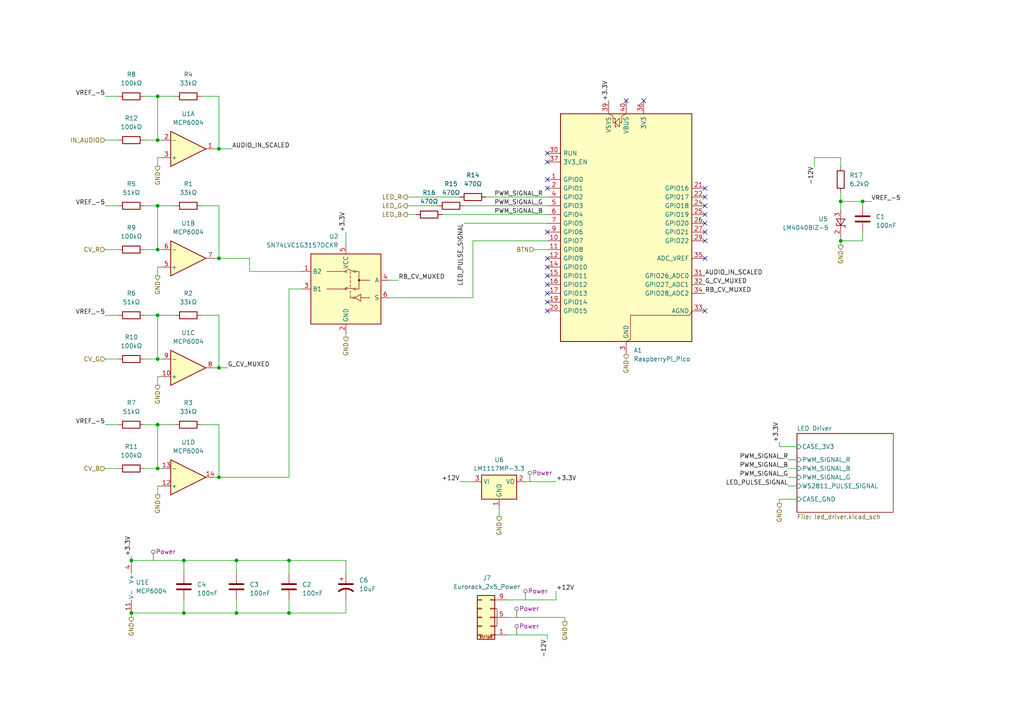
<source format=kicad_sch>
(kicad_sch (version 20250114) (generator "eeschema") (generator_version "9.0")
  (paper "A4")
  (title_block (title "Lights") (date "2025-10-13") (rev "v0.2") (company "Free Modular"))
  (lib_symbols
    (symbol "Amplifier_Operational:MCP6004" (pin_names (offset 0.127))
      (property "Reference" "U" (at 0 5.08 0))
      (property "Value" "MCP6004" (at 0 -5.08 0))
      (symbol "MCP6004_1_1"
        (polyline (pts (xy -5.08 5.08) (xy 5.08 0) (xy -5.08 -5.08) (xy -5.08 5.08)) (stroke (width 0.254)) (fill (type background)))
        (pin input line (at -7.62 2.54 0) (length 2.54) (name "+") (number "3"))
        (pin input line (at -7.62 -2.54 0) (length 2.54) (name "-") (number "2"))
        (pin output line (at 7.62 0 180) (length 2.54) (name "~") (number "1"))
      )
      (symbol "MCP6004_2_1"
        (polyline (pts (xy -5.08 5.08) (xy 5.08 0) (xy -5.08 -5.08) (xy -5.08 5.08)) (stroke (width 0.254)) (fill (type background)))
        (pin input line (at -7.62 2.54 0) (length 2.54) (name "+") (number "5"))
        (pin input line (at -7.62 -2.54 0) (length 2.54) (name "-") (number "6"))
        (pin output line (at 7.62 0 180) (length 2.54) (name "~") (number "7"))
      )
      (symbol "MCP6004_3_1"
        (polyline (pts (xy -5.08 5.08) (xy 5.08 0) (xy -5.08 -5.08) (xy -5.08 5.08)) (stroke (width 0.254)) (fill (type background)))
        (pin input line (at -7.62 2.54 0) (length 2.54) (name "+") (number "10"))
        (pin input line (at -7.62 -2.54 0) (length 2.54) (name "-") (number "9"))
        (pin output line (at 7.62 0 180) (length 2.54) (name "~") (number "8"))
      )
      (symbol "MCP6004_4_1"
        (polyline (pts (xy -5.08 5.08) (xy 5.08 0) (xy -5.08 -5.08) (xy -5.08 5.08)) (stroke (width 0.254)) (fill (type background)))
        (pin input line (at -7.62 2.54 0) (length 2.54) (name "+") (number "12"))
        (pin input line (at -7.62 -2.54 0) (length 2.54) (name "-") (number "13"))
        (pin output line (at 7.62 0 180) (length 2.54) (name "~") (number "14"))
      )
      (symbol "MCP6004_5_1"
        (pin power_in line (at -2.54 7.62 270) (length 3.81) (name "V+") (number "4"))
        (pin power_in line (at -2.54 -7.62 90) (length 3.81) (name "V-") (number "11"))
      )
    )
    (symbol "Device:C" (pin_numbers (hide yes)) (pin_names (offset 0.254))
      (property "Reference" "C" (at 0.635 2.54 0))
      (property "Value" "C" (at 0.635 -2.54 0))
      (symbol "C_0_1"
        (polyline (pts (xy -2.032 0.762) (xy 2.032 0.762)) (stroke (width 0.508)))
        (polyline (pts (xy -2.032 -0.762) (xy 2.032 -0.762)) (stroke (width 0.508)))
      )
      (symbol "C_1_1"
        (pin passive line (at 0 3.81 270) (length 2.794) (name "~") (number "1"))
        (pin passive line (at 0 -3.81 90) (length 2.794) (name "~") (number "2"))
      )
    )
    (symbol "Device:C_Polarized_US" (pin_numbers (hide yes)) (pin_names (offset 0.254) (hide yes))
      (property "Reference" "C" (at 0.635 2.54 0))
      (property "Value" "C_Polarized_US" (at 0.635 -2.54 0))
      (symbol "C_Polarized_US_0_1"
        (polyline (pts (xy -2.032 0.762) (xy 2.032 0.762)) (stroke (width 0.508)))
        (polyline (pts (xy -1.778 2.286) (xy -0.762 2.286)))
        (polyline (pts (xy -1.27 1.778) (xy -1.27 2.794)))
        (arc (start -2.032 -1.27) (mid 0 -0.5572) (end 2.032 -1.27) (stroke (width 0.508)))
      )
      (symbol "C_Polarized_US_1_1"
        (pin passive line (at 0 3.81 270) (length 2.794) (name "~") (number "1"))
        (pin passive line (at 0 -3.81 90) (length 3.302) (name "~") (number "2"))
      )
    )
    (symbol "Device:R" (pin_numbers (hide yes)) (pin_names (offset 0))
      (property "Reference" "R" (at 2.032 0 90))
      (property "Value" "R" (at 0 0 90))
      (symbol "R_0_1"
        (rectangle (start -1.016 -2.54) (end 1.016 2.54) (stroke (width 0.254)))
      )
      (symbol "R_1_1"
        (pin passive line (at 0 3.81 270) (length 1.27) (name "~") (number "1"))
        (pin passive line (at 0 -3.81 90) (length 1.27) (name "~") (number "2"))
      )
    )
    (symbol "FreeModular:Eurorack_2x5_Power" (pin_names (offset 1.016) (hide yes))
      (property "Reference" "J7" (at -3.81 2.54 0))
      (property "Value" "Eurorack_2x5_Power" (at 5.08 -2.54 0))
      (symbol "Eurorack_2x5_Power_0_1"
        (polyline (pts (xy 2.54 -2.54) (xy 3.175 -2.54) (xy 3.175 2.54) (xy 2.54 2.54)))
      )
      (symbol "Eurorack_2x5_Power_1_1"
        (rectangle (start -2.54 4.953) (end -1.27 5.207) (stroke (width 0.1524)))
        (rectangle (start -2.54 2.413) (end -1.27 2.667) (stroke (width 0.1524)))
        (rectangle (start -2.54 -0.127) (end -1.27 0.127) (stroke (width 0.1524)))
        (rectangle (start -2.54 -2.667) (end -1.27 -2.413) (stroke (width 0.1524)))
        (rectangle (start -2.54 -5.207) (end -1.27 -4.953) (stroke (width 0.1524)))
        (rectangle (start 2.54 4.953) (end 1.27 5.207) (stroke (width 0.1524)))
        (rectangle (start 2.54 2.413) (end 1.27 2.667) (stroke (width 0.1524)))
        (rectangle (start 2.54 -0.127) (end 1.27 0.127) (stroke (width 0.1524)))
        (rectangle (start 2.54 -2.667) (end 1.27 -2.413) (stroke (width 0.1524)))
        (rectangle (start 2.54 -5.207) (end 1.27 -4.953) (stroke (width 0.1524)))
        (rectangle (start 2.54 -6.35) (end -2.54 6.35) (stroke (width 0.254)) (fill (type background)))
        (text "stripe" (at 0 -5.588 0) (effects (font (size 0.9 0.9))))
        (pin passive line (at 6.35 5.08 180) (length 3.81) (hide yes) (name "+12v") (number "10"))
        (pin power_out line (at 6.35 5.08 180) (length 3.81) (name "+12v") (number "9"))
        (pin passive line (at 6.35 0 180) (length 3.81) (hide yes) (name "GND") (number "3"))
        (pin passive line (at 6.35 0 180) (length 3.81) (hide yes) (name "GND") (number "4"))
        (pin passive line (at 6.35 0 180) (length 3.81) (name "GND") (number "5"))
        (pin passive line (at 6.35 0 180) (length 3.81) (hide yes) (name "GND") (number "6"))
        (pin passive line (at 6.35 0 180) (length 3.81) (hide yes) (name "GND") (number "7"))
        (pin passive line (at 6.35 0 180) (length 3.81) (hide yes) (name "GND") (number "8"))
        (pin power_out line (at 6.35 -5.08 180) (length 3.81) (name "-12v") (number "1"))
        (pin passive line (at 6.35 -5.08 180) (length 3.81) (hide yes) (name "-12v") (number "2"))
      )
    )
    (symbol "FreeModular:SN74LVC1G3157DCKR"
      (property "Reference" "U" (at -10.16 11.43 0))
      (property "Value" "SN74LVC1G3157DCKR" (at 1.27 11.43 0))
      (symbol "SN74LVC1G3157DCKR_0_0"
        (rectangle (start -10.16 10.16) (end 10.16 -10.16) (stroke (width 0.254)) (fill (type background)))
        (polyline (pts (xy -4.318 -1.524) (xy -4.318 -3.556) (xy -2.54 -2.54) (xy -4.318 -1.524)))
        (polyline (pts (xy -4.318 -2.54) (xy -6.985 -2.54)))
        (circle (center -3.81 2.54) (radius 0.254) (fill (type outline)))
        (polyline (pts (xy -3.81 2.54) (xy -6.985 2.54)))
        (polyline (pts (xy -2.794 0) (xy -3.81 0) (xy -3.81 5.08) (xy -2.794 5.08)))
        (circle (center -2.286 -2.54) (radius 0.254))
        (polyline (pts (xy -1.27 5.08) (xy -1.27 4.318)))
        (polyline (pts (xy -1.27 3.81) (xy -1.27 3.048)))
        (polyline (pts (xy -1.27 2.54) (xy -1.27 1.778)))
        (polyline (pts (xy -1.27 1.27) (xy -1.27 0.508)))
        (polyline (pts (xy -1.27 -1.27) (xy -1.27 -0.508)))
        (polyline (pts (xy -1.27 -2.54) (xy -2.032 -2.54)))
        (polyline (pts (xy -1.27 -2.54) (xy -1.27 -1.778)))
        (polyline (pts (xy 0.254 5.08) (xy 5.588 5.08)))
        (polyline (pts (xy 0.254 0) (xy 5.588 0)))
      )
      (symbol "SN74LVC1G3157DCKR_0_1"
        (circle (center -2.54 5.08) (radius 0.254))
        (circle (center -2.54 0) (radius 0.254))
        (polyline (pts (xy -2.286 5.08) (xy -0.254 5.842)))
        (polyline (pts (xy -2.286 0) (xy 0.127 0.381)))
        (circle (center 0 5.08) (radius 0.254))
        (circle (center 0 0) (radius 0.254))
      )
      (symbol "SN74LVC1G3157DCKR_1_1"
        (pin passive line (at -12.7 2.54 0) (length 2.54) (name "A") (number "4"))
        (pin input line (at -12.7 -2.54 0) (length 2.54) (name "S") (number "6"))
        (pin power_in line (at 0 12.7 270) (length 2.54) (name "VCC") (number "5"))
        (pin power_in line (at 0 -12.7 90) (length 2.54) (name "GND") (number "2"))
        (pin passive line (at 12.7 5.08 180) (length 2.54) (name "B2") (number "1"))
        (pin passive line (at 12.7 0 180) (length 2.54) (name "B1") (number "3"))
      )
    )
    (symbol "MCU_Module:RaspberryPi_Pico" (pin_names (offset 0.762))
      (property "Reference" "A" (at -19.05 35.56 0))
      (property "Value" "RaspberryPi_Pico" (at 7.62 35.56 0))
      (symbol "RaspberryPi_Pico_0_1"
        (rectangle (start -19.05 34.29) (end 19.05 -31.75) (stroke (width 0.254)) (fill (type background)))
        (polyline (pts (xy -5.08 34.29) (xy -3.81 33.655) (xy -3.81 31.75) (xy -3.175 31.75)))
        (polyline (pts (xy -3.429 32.766) (xy -3.429 33.02) (xy -3.175 33.02) (xy -3.175 30.48) (xy -2.921 30.48) (xy -2.921 30.734)))
        (polyline (pts (xy -3.175 31.75) (xy -1.905 33.02) (xy -1.905 30.48) (xy -3.175 31.75)))
        (polyline (pts (xy 0 34.29) (xy -1.27 33.655) (xy -1.27 31.75) (xy -1.905 31.75)))
        (polyline (pts (xy 0 -31.75) (xy 1.27 -31.115) (xy 1.27 -24.13) (xy 18.415 -24.13) (xy 19.05 -22.86)))
      )
      (symbol "RaspberryPi_Pico_1_1"
        (pin passive line (at -22.86 22.86 0) (length 3.81) (name "RUN") (number "30"))
        (pin passive line (at -22.86 20.32 0) (length 3.81) (name "3V3_EN") (number "37"))
        (pin bidirectional line (at -22.86 15.24 0) (length 3.81) (name "GPIO0") (number "1"))
        (pin bidirectional line (at -22.86 12.7 0) (length 3.81) (name "GPIO1") (number "2"))
        (pin bidirectional line (at -22.86 10.16 0) (length 3.81) (name "GPIO2") (number "4"))
        (pin bidirectional line (at -22.86 7.62 0) (length 3.81) (name "GPIO3") (number "5"))
        (pin bidirectional line (at -22.86 5.08 0) (length 3.81) (name "GPIO4") (number "6"))
        (pin bidirectional line (at -22.86 2.54 0) (length 3.81) (name "GPIO5") (number "7"))
        (pin bidirectional line (at -22.86 0 0) (length 3.81) (name "GPIO6") (number "9"))
        (pin bidirectional line (at -22.86 -2.54 0) (length 3.81) (name "GPIO7") (number "10"))
        (pin bidirectional line (at -22.86 -5.08 0) (length 3.81) (name "GPIO8") (number "11"))
        (pin bidirectional line (at -22.86 -7.62 0) (length 3.81) (name "GPIO9") (number "12"))
        (pin bidirectional line (at -22.86 -10.16 0) (length 3.81) (name "GPIO10") (number "14"))
        (pin bidirectional line (at -22.86 -12.7 0) (length 3.81) (name "GPIO11") (number "15"))
        (pin bidirectional line (at -22.86 -15.24 0) (length 3.81) (name "GPIO12") (number "16"))
        (pin bidirectional line (at -22.86 -17.78 0) (length 3.81) (name "GPIO13") (number "17"))
        (pin bidirectional line (at -22.86 -20.32 0) (length 3.81) (name "GPIO14") (number "19"))
        (pin bidirectional line (at -22.86 -22.86 0) (length 3.81) (name "GPIO15") (number "20"))
        (pin power_in line (at -5.08 38.1 270) (length 3.81) (name "VSYS") (number "39"))
        (pin power_out line (at 0 38.1 270) (length 3.81) (name "VBUS") (number "40"))
        (pin passive line (at 0 -35.56 90) (length 3.81) (hide yes) (name "GND") (number "13"))
        (pin passive line (at 0 -35.56 90) (length 3.81) (hide yes) (name "GND") (number "18"))
        (pin passive line (at 0 -35.56 90) (length 3.81) (hide yes) (name "GND") (number "23"))
        (pin passive line (at 0 -35.56 90) (length 3.81) (hide yes) (name "GND") (number "28"))
        (pin power_out line (at 0 -35.56 90) (length 3.81) (name "GND") (number "3"))
        (pin passive line (at 0 -35.56 90) (length 3.81) (hide yes) (name "GND") (number "38"))
        (pin passive line (at 0 -35.56 90) (length 3.81) (hide yes) (name "GND") (number "8"))
        (pin power_out line (at 5.08 38.1 270) (length 3.81) (name "3V3") (number "36"))
        (pin bidirectional line (at 22.86 12.7 180) (length 3.81) (name "GPIO16") (number "21"))
        (pin bidirectional line (at 22.86 10.16 180) (length 3.81) (name "GPIO17") (number "22"))
        (pin bidirectional line (at 22.86 7.62 180) (length 3.81) (name "GPIO18") (number "24"))
        (pin bidirectional line (at 22.86 5.08 180) (length 3.81) (name "GPIO19") (number "25"))
        (pin bidirectional line (at 22.86 2.54 180) (length 3.81) (name "GPIO20") (number "26"))
        (pin bidirectional line (at 22.86 0 180) (length 3.81) (name "GPIO21") (number "27"))
        (pin bidirectional line (at 22.86 -2.54 180) (length 3.81) (name "GPIO22") (number "29"))
        (pin power_in line (at 22.86 -7.62 180) (length 3.81) (name "ADC_VREF") (number "35"))
        (pin bidirectional line (at 22.86 -12.7 180) (length 3.81) (name "GPIO26_ADC0") (number "31"))
        (pin bidirectional line (at 22.86 -15.24 180) (length 3.81) (name "GPIO27_ADC1") (number "32"))
        (pin bidirectional line (at 22.86 -17.78 180) (length 3.81) (name "GPIO28_ADC2") (number "34"))
        (pin power_out line (at 22.86 -22.86 180) (length 3.81) (name "AGND") (number "33"))
      )
    )
    (symbol "Reference_Voltage:LM4040LP-5" (pin_names (offset 0.0254) (hide yes))
      (property "Reference" "U" (at 0 2.54 0))
      (property "Value" "LM4040LP-5" (at 0 -3.175 0))
      (symbol "LM4040LP-5_0_1"
        (polyline (pts (xy -1.27 0) (xy 0 0) (xy 1.27 0)))
        (polyline (pts (xy -1.27 -1.27) (xy 0.635 0) (xy -1.27 1.27) (xy -1.27 -1.27)) (stroke (width 0.2032)))
        (polyline (pts (xy 0 -1.27) (xy 0.635 -1.27) (xy 0.635 1.27) (xy 1.27 1.27)) (stroke (width 0.2032)))
      )
      (symbol "LM4040LP-5_1_1"
        (pin passive line (at -3.81 0 0) (length 2.54) (name "A") (number "3"))
        (pin passive line (at 3.81 0 180) (length 2.54) (name "K") (number "2"))
      )
    )
    (symbol "Regulator_Linear:LM1117MP-3.3"
      (property "Reference" "U" (at -3.81 3.175 0))
      (property "Value" "LM1117MP-3.3" (at 0 3.175 0))
      (symbol "LM1117MP-3.3_0_1"
        (rectangle (start -5.08 -5.08) (end 5.08 1.905) (stroke (width 0.254)) (fill (type background)))
      )
      (symbol "LM1117MP-3.3_1_1"
        (pin power_in line (at -7.62 0 0) (length 2.54) (name "VI") (number "3"))
        (pin power_in line (at 0 -7.62 90) (length 2.54) (name "GND") (number "1"))
        (pin power_out line (at 7.62 0 180) (length 2.54) (name "VO") (number "2"))
      )
    )
  )
  (junction (at 68.58 162.56))
  (junction (at 45.72 27.94))
  (junction (at 243.84 69.85))
  (junction (at 38.1 162.56))
  (junction (at 63.5 43.18))
  (junction (at 83.82 177.8))
  (junction (at 38.1 177.8))
  (junction (at 53.34 177.8))
  (junction (at 250.19 58.42))
  (junction (at 45.72 91.44))
  (junction (at 68.58 177.8))
  (junction (at 45.72 72.39))
  (junction (at 83.82 162.56))
  (junction (at 53.34 162.56))
  (junction (at 63.5 138.43))
  (junction (at 63.5 106.68))
  (junction (at 243.84 58.42))
  (junction (at 45.72 40.64))
  (junction (at 45.72 135.89))
  (junction (at 45.72 123.19))
  (junction (at 63.5 74.93))
  (junction (at 45.72 104.14))
  (junction (at 45.72 59.69))
  (no_connect (at 204.47 74.93))
  (no_connect (at 204.47 59.69))
  (no_connect (at 204.47 57.15))
  (no_connect (at 204.47 67.31))
  (no_connect (at 158.75 90.17))
  (no_connect (at 204.47 54.61))
  (no_connect (at 158.75 85.09))
  (no_connect (at 158.75 87.63))
  (no_connect (at 204.47 64.77))
  (no_connect (at 158.75 44.45))
  (no_connect (at 181.61 29.21))
  (no_connect (at 158.75 67.31))
  (no_connect (at 158.75 74.93))
  (no_connect (at 158.75 52.07))
  (no_connect (at 158.75 80.01))
  (no_connect (at 186.69 29.21))
  (no_connect (at 158.75 46.99))
  (no_connect (at 204.47 62.23))
  (no_connect (at 158.75 77.47))
  (no_connect (at 204.47 90.17))
  (no_connect (at 158.75 82.55))
  (no_connect (at 204.47 69.85))
  (no_connect (at 158.75 54.61))
  (wire (pts (xy 45.72 77.47) (xy 46.99 77.47)))
  (wire (pts (xy 236.22 45.72) (xy 236.22 48.26)))
  (wire (pts (xy 30.48 91.44) (xy 34.29 91.44)))
  (wire (pts (xy 41.91 123.19) (xy 45.72 123.19)))
  (wire (pts (xy 53.34 177.8) (xy 68.58 177.8)))
  (wire (pts (xy 41.91 104.14) (xy 45.72 104.14)))
  (wire (pts (xy 134.62 59.69) (xy 158.75 59.69)))
  (wire (pts (xy 45.72 109.22) (xy 46.99 109.22)))
  (wire (pts (xy 100.33 97.79) (xy 100.33 96.52)))
  (wire (pts (xy 45.72 59.69) (xy 50.8 59.69)))
  (wire (pts (xy 41.91 135.89) (xy 45.72 135.89)))
  (wire (pts (xy 163.83 180.34) (xy 163.83 179.07)))
  (wire (pts (xy 45.72 40.64) (xy 46.99 40.64)))
  (wire (pts (xy 30.48 104.14) (xy 34.29 104.14)))
  (wire (pts (xy 144.78 149.86) (xy 144.78 147.32)))
  (wire (pts (xy 250.19 67.31) (xy 250.19 69.85)))
  (wire (pts (xy 118.11 59.69) (xy 127 59.69)))
  (wire (pts (xy 63.5 138.43) (xy 62.23 138.43)))
  (wire (pts (xy 45.72 140.97) (xy 46.99 140.97)))
  (wire (pts (xy 83.82 162.56) (xy 83.82 166.37)))
  (wire (pts (xy 226.06 128.27) (xy 226.06 129.54)))
  (wire (pts (xy 100.33 162.56) (xy 100.33 166.37)))
  (wire (pts (xy 41.91 72.39) (xy 45.72 72.39)))
  (wire (pts (xy 45.72 111.76) (xy 45.72 109.22)))
  (wire (pts (xy 62.23 106.68) (xy 63.5 106.68)))
  (wire (pts (xy 63.5 43.18) (xy 67.31 43.18)))
  (wire (pts (xy 41.91 27.94) (xy 45.72 27.94)))
  (wire (pts (xy 243.84 48.26) (xy 243.84 45.72)))
  (wire (pts (xy 113.03 86.36) (xy 137.16 86.36)))
  (wire (pts (xy 45.72 143.51) (xy 45.72 140.97)))
  (wire (pts (xy 45.72 48.26) (xy 45.72 45.72)))
  (wire (pts (xy 243.84 60.96) (xy 243.84 58.42)))
  (wire (pts (xy 137.16 86.36) (xy 137.16 69.85)))
  (wire (pts (xy 158.75 185.42) (xy 158.75 184.15)))
  (wire (pts (xy 72.39 78.74) (xy 87.63 78.74)))
  (wire (pts (xy 250.19 58.42) (xy 252.73 58.42)))
  (wire (pts (xy 62.23 43.18) (xy 63.5 43.18)))
  (wire (pts (xy 45.72 72.39) (xy 46.99 72.39)))
  (wire (pts (xy 30.48 27.94) (xy 34.29 27.94)))
  (wire (pts (xy 226.06 144.78) (xy 226.06 146.05)))
  (wire (pts (xy 45.72 104.14) (xy 45.72 91.44)))
  (wire (pts (xy 30.48 123.19) (xy 34.29 123.19)))
  (wire (pts (xy 100.33 67.31) (xy 100.33 71.12)))
  (wire (pts (xy 231.14 144.78) (xy 226.06 144.78)))
  (wire (pts (xy 100.33 173.99) (xy 100.33 177.8)))
  (wire (pts (xy 243.84 68.58) (xy 243.84 69.85)))
  (wire (pts (xy 226.06 129.54) (xy 231.14 129.54)))
  (wire (pts (xy 128.27 62.23) (xy 158.75 62.23)))
  (wire (pts (xy 161.29 171.45) (xy 161.29 173.99)))
  (wire (pts (xy 63.5 27.94) (xy 63.5 43.18)))
  (wire (pts (xy 53.34 162.56) (xy 68.58 162.56)))
  (wire (pts (xy 68.58 173.99) (xy 68.58 177.8)))
  (wire (pts (xy 58.42 59.69) (xy 63.5 59.69)))
  (wire (pts (xy 100.33 177.8) (xy 83.82 177.8)))
  (wire (pts (xy 45.72 27.94) (xy 50.8 27.94)))
  (wire (pts (xy 147.32 179.07) (xy 163.83 179.07)))
  (wire (pts (xy 45.72 40.64) (xy 45.72 27.94)))
  (wire (pts (xy 72.39 78.74) (xy 72.39 74.93)))
  (wire (pts (xy 158.75 72.39) (xy 154.94 72.39)))
  (wire (pts (xy 45.72 72.39) (xy 45.72 59.69)))
  (wire (pts (xy 250.19 58.42) (xy 250.19 59.69)))
  (wire (pts (xy 243.84 58.42) (xy 250.19 58.42)))
  (wire (pts (xy 38.1 177.8) (xy 38.1 179.07)))
  (wire (pts (xy 45.72 91.44) (xy 50.8 91.44)))
  (wire (pts (xy 38.1 162.56) (xy 53.34 162.56)))
  (wire (pts (xy 30.48 40.64) (xy 34.29 40.64)))
  (wire (pts (xy 53.34 173.99) (xy 53.34 177.8)))
  (wire (pts (xy 45.72 104.14) (xy 46.99 104.14)))
  (wire (pts (xy 41.91 40.64) (xy 45.72 40.64)))
  (wire (pts (xy 68.58 162.56) (xy 83.82 162.56)))
  (wire (pts (xy 228.6 135.89) (xy 231.14 135.89)))
  (wire (pts (xy 63.5 91.44) (xy 63.5 106.68)))
  (wire (pts (xy 68.58 162.56) (xy 68.58 166.37)))
  (wire (pts (xy 63.5 138.43) (xy 83.82 138.43)))
  (wire (pts (xy 87.63 83.82) (xy 83.82 83.82)))
  (wire (pts (xy 137.16 69.85) (xy 158.75 69.85)))
  (wire (pts (xy 72.39 74.93) (xy 63.5 74.93)))
  (wire (pts (xy 152.4 139.7) (xy 161.29 139.7)))
  (wire (pts (xy 30.48 135.89) (xy 34.29 135.89)))
  (wire (pts (xy 30.48 59.69) (xy 34.29 59.69)))
  (wire (pts (xy 45.72 123.19) (xy 50.8 123.19)))
  (wire (pts (xy 147.32 184.15) (xy 158.75 184.15)))
  (wire (pts (xy 228.6 140.97) (xy 231.14 140.97)))
  (wire (pts (xy 45.72 45.72) (xy 46.99 45.72)))
  (wire (pts (xy 83.82 162.56) (xy 100.33 162.56)))
  (wire (pts (xy 134.62 64.77) (xy 158.75 64.77)))
  (wire (pts (xy 243.84 69.85) (xy 243.84 71.12)))
  (wire (pts (xy 41.91 91.44) (xy 45.72 91.44)))
  (wire (pts (xy 58.42 27.94) (xy 63.5 27.94)))
  (wire (pts (xy 58.42 123.19) (xy 63.5 123.19)))
  (wire (pts (xy 68.58 177.8) (xy 83.82 177.8)))
  (wire (pts (xy 243.84 69.85) (xy 250.19 69.85)))
  (wire (pts (xy 41.91 59.69) (xy 45.72 59.69)))
  (wire (pts (xy 30.48 72.39) (xy 34.29 72.39)))
  (wire (pts (xy 45.72 135.89) (xy 46.99 135.89)))
  (wire (pts (xy 63.5 59.69) (xy 63.5 74.93)))
  (wire (pts (xy 228.6 138.43) (xy 231.14 138.43)))
  (wire (pts (xy 53.34 162.56) (xy 53.34 166.37)))
  (wire (pts (xy 63.5 123.19) (xy 63.5 138.43)))
  (wire (pts (xy 83.82 177.8) (xy 83.82 173.99)))
  (wire (pts (xy 115.57 81.28) (xy 113.03 81.28)))
  (wire (pts (xy 45.72 80.01) (xy 45.72 77.47)))
  (wire (pts (xy 118.11 62.23) (xy 120.65 62.23)))
  (wire (pts (xy 38.1 161.29) (xy 38.1 162.56)))
  (wire (pts (xy 62.23 74.93) (xy 63.5 74.93)))
  (wire (pts (xy 140.97 57.15) (xy 158.75 57.15)))
  (wire (pts (xy 133.35 139.7) (xy 137.16 139.7)))
  (wire (pts (xy 243.84 45.72) (xy 236.22 45.72)))
  (wire (pts (xy 45.72 135.89) (xy 45.72 123.19)))
  (wire (pts (xy 53.34 177.8) (xy 38.1 177.8)))
  (wire (pts (xy 147.32 173.99) (xy 161.29 173.99)))
  (wire (pts (xy 58.42 91.44) (xy 63.5 91.44)))
  (wire (pts (xy 228.6 133.35) (xy 231.14 133.35)))
  (wire (pts (xy 243.84 55.88) (xy 243.84 58.42)))
  (wire (pts (xy 63.5 106.68) (xy 66.04 106.68)))
  (wire (pts (xy 118.11 57.15) (xy 133.35 57.15)))
  (wire (pts (xy 83.82 83.82) (xy 83.82 138.43)))
  (label "LED_PULSE_SIGNAL" (at 134.62 64.77 270))
  (label "VREF_-5" (at 30.48 27.94 180))
  (label "+3.3V" (at 100.33 67.31 90))
  (label "+12V" (at 133.35 139.7 180))
  (label "PWM_SIGNAL_G" (at 157.48 59.69 180))
  (label "-12V" (at 158.75 185.42 270))
  (label "PWM_SIGNAL_R" (at 228.6 133.35 180))
  (label "G_CV_MUXED" (at 204.47 82.55 0))
  (label "+3.3V" (at 161.29 139.7 0))
  (label "PWM_SIGNAL_B" (at 157.48 62.23 180))
  (label "VREF_-5" (at 30.48 91.44 180))
  (label "RB_CV_MUXED" (at 204.47 85.09 0))
  (label "RB_CV_MUXED" (at 115.57 81.28 0))
  (label "+3.3V" (at 176.53 29.21 90))
  (label "VREF_-5" (at 252.73 58.42 0))
  (label "PWM_SIGNAL_B" (at 228.6 135.89 180))
  (label "-12V" (at 236.22 48.26 270))
  (label "VREF_-5" (at 30.48 123.19 180))
  (label "AUDIO_IN_SCALED" (at 67.31 43.18 0))
  (label "+3.3V" (at 226.06 128.27 90))
  (label "PWM_SIGNAL_R" (at 157.48 57.15 180))
  (label "+3.3V" (at 38.1 161.29 90))
  (label "AUDIO_IN_SCALED" (at 204.47 80.01 0))
  (label "G_CV_MUXED" (at 66.04 106.68 0))
  (label "VREF_-5" (at 30.48 59.69 180))
  (label "+12V" (at 161.29 171.45 0))
  (label "LED_PULSE_SIGNAL" (at 228.6 140.97 180))
  (label "PWM_SIGNAL_G" (at 228.6 138.43 180))
  (hierarchical_label "GND" (shape output) (at 38.1 179.07 270))
  (hierarchical_label "CV_R" (shape input) (at 30.48 72.39 180))
  (hierarchical_label "BTN" (shape input) (at 154.94 72.39 180))
  (hierarchical_label "GND" (shape output) (at 163.83 180.34 270))
  (hierarchical_label "GND" (shape output) (at 45.72 80.01 270))
  (hierarchical_label "GND" (shape output) (at 45.72 111.76 270))
  (hierarchical_label "GND" (shape output) (at 226.06 146.05 270))
  (hierarchical_label "GND" (shape output) (at 45.72 48.26 270))
  (hierarchical_label "IN_AUDIO" (shape input) (at 30.48 40.64 180))
  (hierarchical_label "CV_B" (shape input) (at 30.48 135.89 180))
  (hierarchical_label "LED_B" (shape output) (at 118.11 62.23 180))
  (hierarchical_label "GND" (shape output) (at 243.84 71.12 270))
  (hierarchical_label "GND" (shape output) (at 45.72 143.51 270))
  (hierarchical_label "GND" (shape output) (at 181.61 102.87 270))
  (hierarchical_label "LED_G" (shape output) (at 118.11 59.69 180))
  (hierarchical_label "LED_R" (shape output) (at 118.11 57.15 180))
  (hierarchical_label "CV_G" (shape input) (at 30.48 104.14 180))
  (hierarchical_label "GND" (shape output) (at 100.33 97.79 270))
  (hierarchical_label "GND" (shape output) (at 144.78 149.86 270))
  (netclass_flag "" (length 2.54) (shape round) (at 149.86 184.15 0) (property "Netclass" "Power" (at 150.5585 181.61 0) (effects (justify left))))
  (netclass_flag "" (length 2.54) (shape round) (at 153.67 139.7 0) (property "Netclass" "Power" (at 154.3685 137.16 0) (effects (justify left))))
  (netclass_flag "" (length 2.54) (shape round) (at 152.4 173.99 0) (property "Netclass" "Power" (at 153.0985 171.45 0) (effects (justify left))))
  (netclass_flag "" (length 2.54) (shape round) (at 44.45 162.56 0) (property "Netclass" "Power" (at 45.1485 160.02 0) (effects (justify left))))
  (netclass_flag "" (length 2.54) (shape round) (at 149.86 179.07 0) (property "Netclass" "Power" (at 150.5585 176.53 0) (effects (justify left))))
  (symbol (lib_id "Regulator_Linear:LM1117MP-3.3") (at 144.78 139.7 0) (unit 1)
    (property "Reference" "U6" (at 144.78 133.35 0))
    (property "Value" "LM1117MP-3.3" (at 144.78 135.89 0))
    (property "Footprint" "Package_TO_SOT_SMD:SOT-223-3_TabPin2" (effects (hide yes)))
    (property "Datasheet" "http://www.ti.com/lit/ds/symlink/lm1117.pdf" (effects (hide yes)))
    (property "Description" "800mA Low-Dropout Linear Regulator, 3.3V fixed output, SOT-223" (effects (hide yes)))
  )
  (symbol (lib_id "Device:R") (at 54.61 91.44 90) (unit 1)
    (property "Reference" "R2" (at 54.61 85.09 90))
    (property "Value" "33kΩ" (at 54.61 87.63 90))
    (property "Footprint" "Resistor_THT:R_Axial_DIN0207_L6.3mm_D2.5mm_P7.62mm_Horizontal" (effects (hide yes)))
  )
  (symbol (lib_id "Device:R") (at 38.1 72.39 90) (unit 1)
    (property "Reference" "R9" (at 38.1 66.04 90))
    (property "Value" "100kΩ" (at 38.1 68.58 90))
    (property "Footprint" "Resistor_THT:R_Axial_DIN0207_L6.3mm_D2.5mm_P7.62mm_Horizontal" (effects (hide yes)))
  )
  (symbol (lib_id "FreeModular:SN74LVC1G3157DCKR") (at 100.33 83.82 0) (mirror y) (unit 1)
    (property "Reference" "U2" (at 98.1867 68.58 0) (effects (justify left)))
    (property "Value" "SN74LVC1G3157DCKR" (at 98.1867 71.12 0) (effects (justify left)))
    (property "Footprint" "Package_TO_SOT_SMD:SOT-363_SC-70-6_Handsoldering" (effects (hide yes)))
    (property "Datasheet" "https://www.ti.com/lit/ds/symlink/sn74lvc1g3157.pdf" (effects (hide yes)))
    (property "Description" "SPDT analog switch" (effects (hide yes)))
  )
  (symbol (lib_id "Device:C_Polarized_US") (at 100.33 170.18 0) (unit 1)
    (property "Reference" "C6" (at 104.14 168.275 0) (effects (justify left)))
    (property "Value" "10uF" (at 104.14 170.815 0) (effects (justify left)))
    (property "Footprint" "Capacitor_THT:CP_Radial_D4.0mm_P1.50mm" (effects (hide yes)))
  )
  (symbol (lib_id "Amplifier_Operational:MCP6004") (at 54.61 138.43 0) (mirror x) (unit 4)
    (property "Reference" "U1" (at 54.61 128.27 0))
    (property "Value" "MCP6004" (at 54.61 130.81 0))
    (property "Footprint" "Package_DIP:DIP-14_W7.62mm" (effects (hide yes)))
    (property "Datasheet" "http://ww1.microchip.com/downloads/en/DeviceDoc/21733j.pdf" (effects (hide yes)))
    (property "Description" "1MHz, Low-Power Op Amp, DIP-14/SOIC-14/TSSOP-14" (effects (hide yes)))
  )
  (symbol (lib_id "Device:C") (at 53.34 170.18 0) (unit 1)
    (property "Reference" "C4" (at 57.15 169.545 0) (effects (justify left)))
    (property "Value" "100nF" (at 57.15 172.085 0) (effects (justify left)))
    (property "Footprint" "Capacitor_THT:C_Disc_D5.0mm_W2.5mm_P5.00mm" (effects (hide yes)))
  )
  (symbol (lib_id "Amplifier_Operational:MCP6004") (at 35.56 170.18 0) (mirror y) (unit 5)
    (property "Reference" "U1" (at 39.37 168.9099 0) (effects (justify right)))
    (property "Value" "MCP6004" (at 39.37 171.4499 0) (effects (justify right)))
    (property "Footprint" "Package_DIP:DIP-14_W7.62mm" (effects (hide yes)))
    (property "Datasheet" "http://ww1.microchip.com/downloads/en/DeviceDoc/21733j.pdf" (effects (hide yes)))
    (property "Description" "1MHz, Low-Power Op Amp, DIP-14/SOIC-14/TSSOP-14" (effects (hide yes)))
  )
  (symbol (lib_id "Amplifier_Operational:MCP6004") (at 54.61 74.93 0) (mirror x) (unit 2)
    (property "Reference" "U1" (at 54.61 64.77 0))
    (property "Value" "MCP6004" (at 54.61 67.31 0))
    (property "Footprint" "Package_DIP:DIP-14_W7.62mm" (effects (hide yes)))
    (property "Datasheet" "http://ww1.microchip.com/downloads/en/DeviceDoc/21733j.pdf" (effects (hide yes)))
    (property "Description" "1MHz, Low-Power Op Amp, DIP-14/SOIC-14/TSSOP-14" (effects (hide yes)))
  )
  (symbol (lib_id "Device:R") (at 38.1 59.69 90) (unit 1)
    (property "Reference" "R5" (at 38.1 53.34 90))
    (property "Value" "51kΩ" (at 38.1 55.88 90))
    (property "Footprint" "Resistor_THT:R_Axial_DIN0207_L6.3mm_D2.5mm_P7.62mm_Horizontal" (effects (hide yes)))
  )
  (symbol (lib_id "Reference_Voltage:LM4040LP-5") (at 243.84 64.77 270) (unit 1)
    (property "Reference" "U5" (at 238.76 63.5 90))
    (property "Value" "LM4040BIZ-5" (at 233.68 66.04 90))
    (property "Footprint" "Package_TO_SOT_THT:TO-92_Inline_Wide" (effects (hide yes)))
    (property "Datasheet" "http://www.ti.com/lit/ds/symlink/lm4040-n.pdf" (effects (hide yes)))
  )
  (symbol (lib_id "Device:R") (at 54.61 59.69 90) (unit 1)
    (property "Reference" "R1" (at 54.61 53.34 90))
    (property "Value" "33kΩ" (at 54.61 55.88 90))
    (property "Footprint" "Resistor_THT:R_Axial_DIN0207_L6.3mm_D2.5mm_P7.62mm_Horizontal" (effects (hide yes)))
  )
  (symbol (lib_id "Device:C") (at 250.19 63.5 0) (unit 1)
    (property "Reference" "C1" (at 254 62.865 0) (effects (justify left)))
    (property "Value" "100nF" (at 254 65.405 0) (effects (justify left)))
    (property "Footprint" "Capacitor_THT:C_Disc_D5.0mm_W2.5mm_P5.00mm" (effects (hide yes)))
  )
  (symbol (lib_id "Device:R") (at 54.61 123.19 90) (unit 1)
    (property "Reference" "R3" (at 54.61 116.84 90))
    (property "Value" "33kΩ" (at 54.61 119.38 90))
    (property "Footprint" "Resistor_THT:R_Axial_DIN0207_L6.3mm_D2.5mm_P7.62mm_Horizontal" (effects (hide yes)))
  )
  (symbol (lib_id "Device:R") (at 38.1 40.64 90) (unit 1)
    (property "Reference" "R12" (at 38.1 34.29 90))
    (property "Value" "100kΩ" (at 38.1 36.83 90))
    (property "Footprint" "Resistor_THT:R_Axial_DIN0207_L6.3mm_D2.5mm_P7.62mm_Horizontal" (effects (hide yes)))
  )
  (symbol (lib_id "Device:R") (at 38.1 123.19 90) (unit 1)
    (property "Reference" "R7" (at 38.1 116.84 90))
    (property "Value" "51kΩ" (at 38.1 119.38 90))
    (property "Footprint" "Resistor_THT:R_Axial_DIN0207_L6.3mm_D2.5mm_P7.62mm_Horizontal" (effects (hide yes)))
  )
  (symbol (lib_id "Device:R") (at 137.16 57.15 90) (unit 1)
    (property "Reference" "R14" (at 137.16 50.8 90))
    (property "Value" "470Ω" (at 137.16 53.34 90))
    (property "Footprint" "Resistor_THT:R_Axial_DIN0207_L6.3mm_D2.5mm_P7.62mm_Horizontal" (effects (hide yes)))
  )
  (symbol (lib_id "Device:R") (at 38.1 135.89 90) (unit 1)
    (property "Reference" "R11" (at 38.1 129.54 90))
    (property "Value" "100kΩ" (at 38.1 132.08 90))
    (property "Footprint" "Resistor_THT:R_Axial_DIN0207_L6.3mm_D2.5mm_P7.62mm_Horizontal" (effects (hide yes)))
  )
  (symbol (lib_id "Device:R") (at 243.84 52.07 0) (unit 1)
    (property "Reference" "R17" (at 246.38 50.7999 0) (effects (justify left)))
    (property "Value" "6.2kΩ" (at 246.38 53.3399 0) (effects (justify left)))
    (property "Footprint" "Resistor_THT:R_Axial_DIN0207_L6.3mm_D2.5mm_P7.62mm_Horizontal" (effects (hide yes)))
  )
  (symbol (lib_id "MCU_Module:RaspberryPi_Pico") (at 181.61 67.31 0) (unit 1)
    (property "Reference" "A1" (at 183.7533 101.6 0) (effects (justify left)))
    (property "Value" "RaspberryPi_Pico" (at 183.7533 104.14 0) (effects (justify left)))
    (property "Footprint" "Module:RaspberryPi_Pico_Common_Unspecified" (effects (hide yes)))
    (property "Datasheet" "https://datasheets.raspberrypi.com/pico/pico-datasheet.pdf" (effects (hide yes)))
    (property "Description" "Versatile and inexpensive microcontroller module powered by RP2040 dual-core Arm Cortex-M0+ processor up to 133 MHz, 264kB SRAM, 2MB QSPI flash; also supports Raspberry Pi Pico 2" (effects (hide yes)))
  )
  (symbol (lib_id "Device:C") (at 83.82 170.18 0) (unit 1)
    (property "Reference" "C2" (at 87.63 169.545 0) (effects (justify left)))
    (property "Value" "100nF" (at 87.63 172.085 0) (effects (justify left)))
    (property "Footprint" "Capacitor_THT:C_Disc_D5.0mm_W2.5mm_P5.00mm" (effects (hide yes)))
  )
  (symbol (lib_id "FreeModular:Eurorack_2x5_Power") (at 140.97 179.07 0) (unit 1)
    (property "Reference" "J7" (at 141.224 167.64 0))
    (property "Value" "Eurorack_2x5_Power" (at 141.224 170.18 0))
    (property "Footprint" "Connector_IDC:IDC-Header_2x05_P2.54mm_Vertical" (effects (hide yes)))
    (property "Description" "Generic connector, double row, 02x05, odd/even pin numbering scheme (row 1 odd numbers, row 2 even numbers)" (effects (hide yes)))
  )
  (symbol (lib_id "Device:R") (at 38.1 104.14 90) (unit 1)
    (property "Reference" "R10" (at 38.1 97.79 90))
    (property "Value" "100kΩ" (at 38.1 100.33 90))
    (property "Footprint" "Resistor_THT:R_Axial_DIN0207_L6.3mm_D2.5mm_P7.62mm_Horizontal" (effects (hide yes)))
  )
  (symbol (lib_id "Device:C") (at 68.58 170.18 0) (unit 1)
    (property "Reference" "C3" (at 72.39 169.545 0) (effects (justify left)))
    (property "Value" "100nF" (at 72.39 172.085 0) (effects (justify left)))
    (property "Footprint" "Capacitor_THT:C_Disc_D5.0mm_W2.5mm_P5.00mm" (effects (hide yes)))
  )
  (symbol (lib_id "Device:R") (at 130.81 59.69 90) (unit 1)
    (property "Reference" "R15" (at 130.81 53.34 90))
    (property "Value" "470Ω" (at 130.81 55.88 90))
    (property "Footprint" "Resistor_THT:R_Axial_DIN0207_L6.3mm_D2.5mm_P7.62mm_Horizontal" (effects (hide yes)))
  )
  (symbol (lib_id "Amplifier_Operational:MCP6004") (at 54.61 43.18 0) (mirror x) (unit 1)
    (property "Reference" "U1" (at 54.61 33.02 0))
    (property "Value" "MCP6004" (at 54.61 35.56 0))
    (property "Footprint" "Package_DIP:DIP-14_W7.62mm" (effects (hide yes)))
    (property "Datasheet" "http://ww1.microchip.com/downloads/en/DeviceDoc/21733j.pdf" (effects (hide yes)))
    (property "Description" "1MHz, Low-Power Op Amp, DIP-14/SOIC-14/TSSOP-14" (effects (hide yes)))
  )
  (symbol (lib_id "Amplifier_Operational:MCP6004") (at 54.61 106.68 0) (mirror x) (unit 3)
    (property "Reference" "U1" (at 54.61 96.52 0))
    (property "Value" "MCP6004" (at 54.61 99.06 0))
    (property "Footprint" "Package_DIP:DIP-14_W7.62mm" (effects (hide yes)))
    (property "Datasheet" "http://ww1.microchip.com/downloads/en/DeviceDoc/21733j.pdf" (effects (hide yes)))
    (property "Description" "1MHz, Low-Power Op Amp, DIP-14/SOIC-14/TSSOP-14" (effects (hide yes)))
  )
  (symbol (lib_id "Device:R") (at 54.61 27.94 90) (unit 1)
    (property "Reference" "R4" (at 54.61 21.59 90))
    (property "Value" "33kΩ" (at 54.61 24.13 90))
    (property "Footprint" "Resistor_THT:R_Axial_DIN0207_L6.3mm_D2.5mm_P7.62mm_Horizontal" (effects (hide yes)))
  )
  (symbol (lib_id "Device:R") (at 38.1 91.44 90) (unit 1)
    (property "Reference" "R6" (at 38.1 85.09 90))
    (property "Value" "51kΩ" (at 38.1 87.63 90))
    (property "Footprint" "Resistor_THT:R_Axial_DIN0207_L6.3mm_D2.5mm_P7.62mm_Horizontal" (effects (hide yes)))
  )
  (symbol (lib_id "Device:R") (at 124.46 62.23 90) (unit 1)
    (property "Reference" "R16" (at 124.46 55.88 90))
    (property "Value" "470Ω" (at 124.46 58.42 90))
    (property "Footprint" "Resistor_THT:R_Axial_DIN0207_L6.3mm_D2.5mm_P7.62mm_Horizontal" (effects (hide yes)))
  )
  (symbol (lib_id "Device:R") (at 38.1 27.94 90) (unit 1)
    (property "Reference" "R8" (at 38.1 21.59 90))
    (property "Value" "100kΩ" (at 38.1 24.13 90))
    (property "Footprint" "Resistor_THT:R_Axial_DIN0207_L6.3mm_D2.5mm_P7.62mm_Horizontal" (effects (hide yes)))
  )
  (sheet (at 231.14 125.73) (size 27.94 22.86) (stroke (width 0.1524))
    (property "Sheetname" "LED Driver" (at 231.14 125.0184 0) (effects (justify left bottom)))
    (property "Sheetfile" "led_driver.kicad_sch" (at 231.14 149.1746 0) (effects (justify left top)))
    (pin "PWM_SIGNAL_R" input (at 231.14 133.35 180))
    (pin "PWM_SIGNAL_B" input (at 231.14 135.89 180))
    (pin "CASE_GND" input (at 231.14 144.78 180))
    (pin "PWM_SIGNAL_G" input (at 231.14 138.43 180))
    (pin "WS2811_PULSE_SIGNAL" input (at 231.14 140.97 180))
    (pin "CASE_3V3" input (at 231.14 129.54 180))
  )
)
</source>
